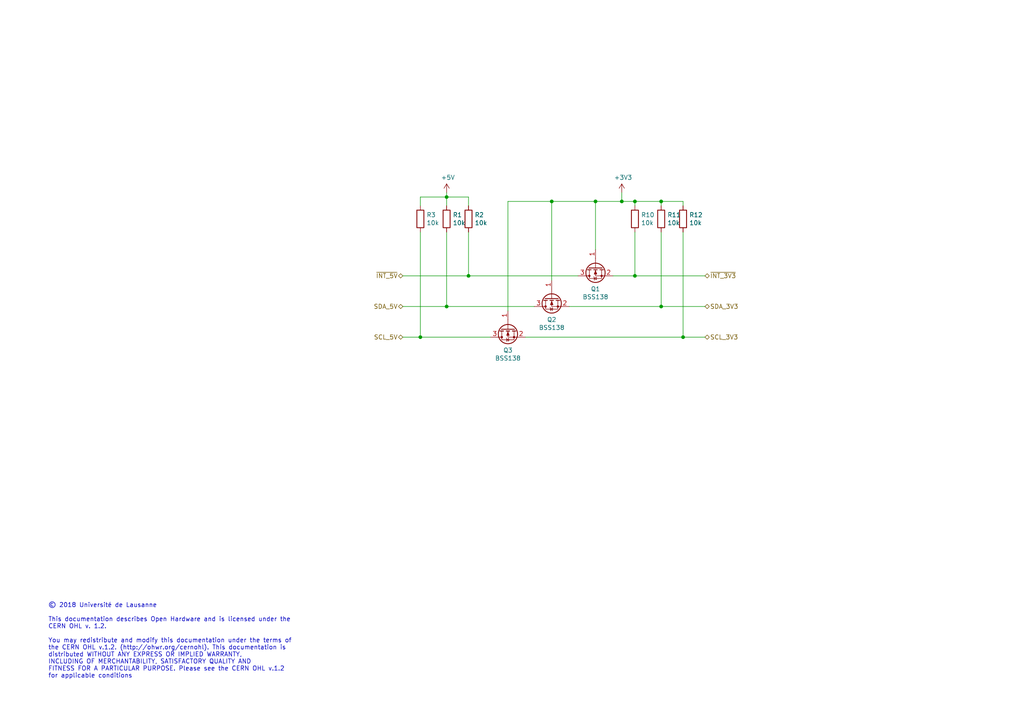
<source format=kicad_sch>
(kicad_sch (version 20231120) (generator "eeschema") (generator_version "8.0")
  (paper "A4")
  (title_block (title "I2C 5V / 3V3 Level Shifter") (date "06/11/2018") (rev "A") (company "Université de Lausanne") (comment 1 "Author: Alexandre Tuleu") (comment 2 "Licensed under the CERN OHL v1.2"))
  (lib_symbols
    (symbol "Device:R" (pin_numbers hide) (pin_names (offset 0))
      (property "Reference" "R" (at 2.032 0 90))
      (property "Value" "R" (at 0 0 90))
      (symbol "R_0_1"
        (rectangle (start -1.016 -2.54) (end 1.016 2.54) (stroke (width 0.254)))
      )
      (symbol "R_1_1"
        (pin passive line (at 0 3.81 270) (length 1.27) (name "~") (number "1"))
        (pin passive line (at 0 -3.81 90) (length 1.27) (name "~") (number "2"))
      )
    )
    (symbol "Transistor_FET:BSS138" (pin_names hide)
      (property "Reference" "Q" (at 5.08 1.905 0))
      (property "Value" "BSS138" (at 5.08 0 0))
      (symbol "BSS138_0_1"
        (polyline (pts (xy 0.254 0) (xy -2.54 0)))
        (polyline (pts (xy 0.254 1.905) (xy 0.254 -1.905)) (stroke (width 0.254)))
        (polyline (pts (xy 0.762 -1.27) (xy 0.762 -2.286)) (stroke (width 0.254)))
        (polyline (pts (xy 0.762 0.508) (xy 0.762 -0.508)) (stroke (width 0.254)))
        (polyline (pts (xy 0.762 2.286) (xy 0.762 1.27)) (stroke (width 0.254)))
        (polyline (pts (xy 2.54 2.54) (xy 2.54 1.778)))
        (polyline (pts (xy 2.54 -2.54) (xy 2.54 0) (xy 0.762 0)))
        (polyline (pts (xy 0.762 -1.778) (xy 3.302 -1.778) (xy 3.302 1.778) (xy 0.762 1.778)))
        (polyline (pts (xy 1.016 0) (xy 2.032 0.381) (xy 2.032 -0.381) (xy 1.016 0)) (fill (type outline)))
        (polyline (pts (xy 2.794 0.508) (xy 2.921 0.381) (xy 3.683 0.381) (xy 3.81 0.254)))
        (polyline (pts (xy 3.302 0.381) (xy 2.921 -0.254) (xy 3.683 -0.254) (xy 3.302 0.381)))
        (circle (center 1.651 0) (radius 2.794) (stroke (width 0.254)))
        (circle (center 2.54 -1.778) (radius 0.254) (fill (type outline)))
        (circle (center 2.54 1.778) (radius 0.254) (fill (type outline)))
      )
      (symbol "BSS138_1_1"
        (pin input line (at -5.08 0 0) (length 2.54) (name "G") (number "1"))
        (pin passive line (at 2.54 -5.08 90) (length 2.54) (name "S") (number "2"))
        (pin passive line (at 2.54 5.08 270) (length 2.54) (name "D") (number "3"))
      )
    )
    (symbol "celaeno-rescue:+3V3-power" (power) (pin_names (offset 0))
      (property "Value" "power_+3V3" (at 0 3.556 0))
      (symbol "+3V3-power_0_1"
        (polyline (pts (xy -0.762 1.27) (xy 0 2.54)))
        (polyline (pts (xy 0 0) (xy 0 2.54)))
        (polyline (pts (xy 0 2.54) (xy 0.762 1.27)))
      )
      (symbol "+3V3-power_1_1"
        (pin power_in line (at 0 0 90) (length 0) hide (name "+3V3") (number "1"))
      )
    )
    (symbol "celaeno-rescue:+5V-power" (power) (pin_names (offset 0))
      (property "Value" "power_+5V" (at 0 3.556 0))
      (symbol "+5V-power_0_1"
        (polyline (pts (xy -0.762 1.27) (xy 0 2.54)))
        (polyline (pts (xy 0 0) (xy 0 2.54)))
        (polyline (pts (xy 0 2.54) (xy 0.762 1.27)))
      )
      (symbol "+5V-power_1_1"
        (pin power_in line (at 0 0 90) (length 0) hide (name "+5V") (number "1"))
      )
    )
  )
  (junction (at 191.77 88.9))
  (junction (at 191.77 58.42))
  (junction (at 121.92 97.79))
  (junction (at 198.12 97.79))
  (junction (at 135.89 80.01))
  (junction (at 180.34 58.42))
  (junction (at 184.15 58.42))
  (junction (at 129.54 57.15))
  (junction (at 160.02 58.42))
  (junction (at 129.54 88.9))
  (junction (at 172.72 58.42))
  (junction (at 184.15 80.01))
  (wire (pts (xy 121.92 59.69) (xy 121.92 57.15)))
  (wire (pts (xy 172.72 58.42) (xy 180.34 58.42)))
  (wire (pts (xy 180.34 58.42) (xy 180.34 55.88)))
  (wire (pts (xy 121.92 97.79) (xy 121.92 67.31)))
  (wire (pts (xy 160.02 81.28) (xy 160.02 58.42)))
  (wire (pts (xy 172.72 72.39) (xy 172.72 58.42)))
  (wire (pts (xy 191.77 67.31) (xy 191.77 88.9)))
  (wire (pts (xy 116.84 97.79) (xy 121.92 97.79)))
  (wire (pts (xy 129.54 57.15) (xy 129.54 59.69)))
  (wire (pts (xy 147.32 90.17) (xy 147.32 58.42)))
  (wire (pts (xy 129.54 57.15) (xy 129.54 55.88)))
  (wire (pts (xy 184.15 58.42) (xy 191.77 58.42)))
  (wire (pts (xy 116.84 88.9) (xy 129.54 88.9)))
  (wire (pts (xy 184.15 80.01) (xy 177.8 80.01)))
  (wire (pts (xy 191.77 88.9) (xy 204.47 88.9)))
  (wire (pts (xy 116.84 80.01) (xy 135.89 80.01)))
  (wire (pts (xy 129.54 67.31) (xy 129.54 88.9)))
  (wire (pts (xy 147.32 58.42) (xy 160.02 58.42)))
  (wire (pts (xy 191.77 58.42) (xy 198.12 58.42)))
  (wire (pts (xy 184.15 58.42) (xy 184.15 59.69)))
  (wire (pts (xy 135.89 80.01) (xy 135.89 67.31)))
  (wire (pts (xy 142.24 97.79) (xy 121.92 97.79)))
  (wire (pts (xy 191.77 88.9) (xy 165.1 88.9)))
  (wire (pts (xy 198.12 67.31) (xy 198.12 97.79)))
  (wire (pts (xy 198.12 58.42) (xy 198.12 59.69)))
  (wire (pts (xy 129.54 88.9) (xy 154.94 88.9)))
  (wire (pts (xy 135.89 57.15) (xy 135.89 59.69)))
  (wire (pts (xy 160.02 58.42) (xy 172.72 58.42)))
  (wire (pts (xy 180.34 58.42) (xy 184.15 58.42)))
  (wire (pts (xy 129.54 57.15) (xy 135.89 57.15)))
  (wire (pts (xy 121.92 57.15) (xy 129.54 57.15)))
  (wire (pts (xy 167.64 80.01) (xy 135.89 80.01)))
  (wire (pts (xy 198.12 97.79) (xy 152.4 97.79)))
  (wire (pts (xy 184.15 67.31) (xy 184.15 80.01)))
  (wire (pts (xy 198.12 97.79) (xy 204.47 97.79)))
  (wire (pts (xy 204.47 80.01) (xy 184.15 80.01)))
  (wire (pts (xy 191.77 58.42) (xy 191.77 59.69)))
  (text "© 2018 Université de Lausanne\n\nThis documentation describes Open Hardware and is licensed under the\nCERN OHL v. 1.2.\n\nYou may redistribute and modify this documentation under the terms of\nthe CERN OHL v.1.2. (http://ohwr.org/cernohl). This documentation is\ndistributed WITHOUT ANY EXPRESS OR IMPLIED WARRANTY,\nINCLUDING OF MERCHANTABILITY, SATISFACTORY QUALITY AND\nFITNESS FOR A PARTICULAR PURPOSE. Please see the CERN OHL v.1.2\nfor applicable conditions" (at 13.97 196.85 0) (effects (font (size 1.27 1.27)) (justify left bottom)))
  (hierarchical_label "~{INT_3V3}" (shape bidirectional) (at 204.47 80.01 0))
  (hierarchical_label "SDA_5V" (shape bidirectional) (at 116.84 88.9 180))
  (hierarchical_label "~{INT_5V}" (shape bidirectional) (at 116.84 80.01 180))
  (hierarchical_label "SDA_3V3" (shape bidirectional) (at 204.47 88.9 0))
  (hierarchical_label "SCL_3V3" (shape bidirectional) (at 204.47 97.79 0))
  (hierarchical_label "SCL_5V" (shape bidirectional) (at 116.84 97.79 180))
  (symbol (lib_id "Transistor_FET:BSS138") (at 147.32 95.25 90) (mirror x) (unit 1)
    (property "Reference" "Q3" (at 147.32 101.6 90))
    (property "Value" "BSS138" (at 147.32 103.9114 90))
    (property "Footprint" "Package_TO_SOT_SMD:SOT-23" (effects (hide yes)))
    (property "Datasheet" "https://www.fairchildsemi.com/datasheets/BS/BSS138.pdf" (effects (hide yes)))
    (property "Description" "BSS138" (effects (hide yes)))
  )
  (symbol (lib_id "celaeno-rescue:+5V-power") (at 129.54 55.88 0) (unit 1)
    (property "Reference" "#PWR07" (effects (hide yes)))
    (property "Value" "+5V" (at 129.921 51.4858 0))
  )
  (symbol (lib_id "celaeno-rescue:+3V3-power") (at 180.34 55.88 0) (unit 1)
    (property "Reference" "#PWR09" (effects (hide yes)))
    (property "Value" "+3V3" (at 180.721 51.4858 0))
  )
  (symbol (lib_id "Transistor_FET:BSS138") (at 160.02 86.36 90) (mirror x) (unit 1)
    (property "Reference" "Q2" (at 160.02 92.71 90))
    (property "Value" "BSS138" (at 160.02 95.0214 90))
    (property "Footprint" "Package_TO_SOT_SMD:SOT-23" (effects (hide yes)))
    (property "Datasheet" "https://www.fairchildsemi.com/datasheets/BS/BSS138.pdf" (effects (hide yes)))
    (property "Description" "BSS138" (effects (hide yes)))
  )
  (symbol (lib_id "Transistor_FET:BSS138") (at 172.72 77.47 90) (mirror x) (unit 1)
    (property "Reference" "Q1" (at 172.72 83.82 90))
    (property "Value" "BSS138" (at 172.72 86.1314 90))
    (property "Footprint" "Package_TO_SOT_SMD:SOT-23" (effects (hide yes)))
    (property "Datasheet" "https://www.fairchildsemi.com/datasheets/BS/BSS138.pdf" (effects (hide yes)))
    (property "Description" "BSS138" (effects (hide yes)))
  )
  (symbol (lib_id "Device:R") (at 121.92 63.5 0) (unit 1)
    (property "Reference" "R3" (at 123.698 62.3316 0) (effects (justify left)))
    (property "Value" "10k" (at 123.698 64.643 0) (effects (justify left)))
    (property "Footprint" "Resistor_SMD:R_0603_1608Metric" (effects (hide yes)))
    (property "Description" "GPR060310K" (effects (hide yes)))
  )
  (symbol (lib_id "Device:R") (at 129.54 63.5 0) (unit 1)
    (property "Reference" "R1" (at 131.318 62.3316 0) (effects (justify left)))
    (property "Value" "10k" (at 131.318 64.643 0) (effects (justify left)))
    (property "Footprint" "Resistor_SMD:R_0603_1608Metric" (effects (hide yes)))
    (property "Description" "GPR060310K" (effects (hide yes)))
  )
  (symbol (lib_id "Device:R") (at 135.89 63.5 0) (unit 1)
    (property "Reference" "R2" (at 137.668 62.3316 0) (effects (justify left)))
    (property "Value" "10k" (at 137.668 64.643 0) (effects (justify left)))
    (property "Footprint" "Resistor_SMD:R_0603_1608Metric" (effects (hide yes)))
    (property "Description" "GPR060310K" (effects (hide yes)))
  )
  (symbol (lib_id "Device:R") (at 184.15 63.5 0) (unit 1)
    (property "Reference" "R10" (at 185.928 62.3316 0) (effects (justify left)))
    (property "Value" "10k" (at 185.928 64.643 0) (effects (justify left)))
    (property "Footprint" "Resistor_SMD:R_0603_1608Metric" (effects (hide yes)))
    (property "Description" "GPR060310K" (effects (hide yes)))
  )
  (symbol (lib_id "Device:R") (at 191.77 63.5 0) (unit 1)
    (property "Reference" "R11" (at 193.548 62.3316 0) (effects (justify left)))
    (property "Value" "10k" (at 193.548 64.643 0) (effects (justify left)))
    (property "Footprint" "Resistor_SMD:R_0603_1608Metric" (effects (hide yes)))
    (property "Description" "GPR060310K" (effects (hide yes)))
  )
  (symbol (lib_id "Device:R") (at 198.12 63.5 0) (unit 1)
    (property "Reference" "R12" (at 199.898 62.3316 0) (effects (justify left)))
    (property "Value" "10k" (at 199.898 64.643 0) (effects (justify left)))
    (property "Footprint" "Resistor_SMD:R_0603_1608Metric" (effects (hide yes)))
    (property "Description" "GPR060310K" (effects (hide yes)))
  )
)
</source>
